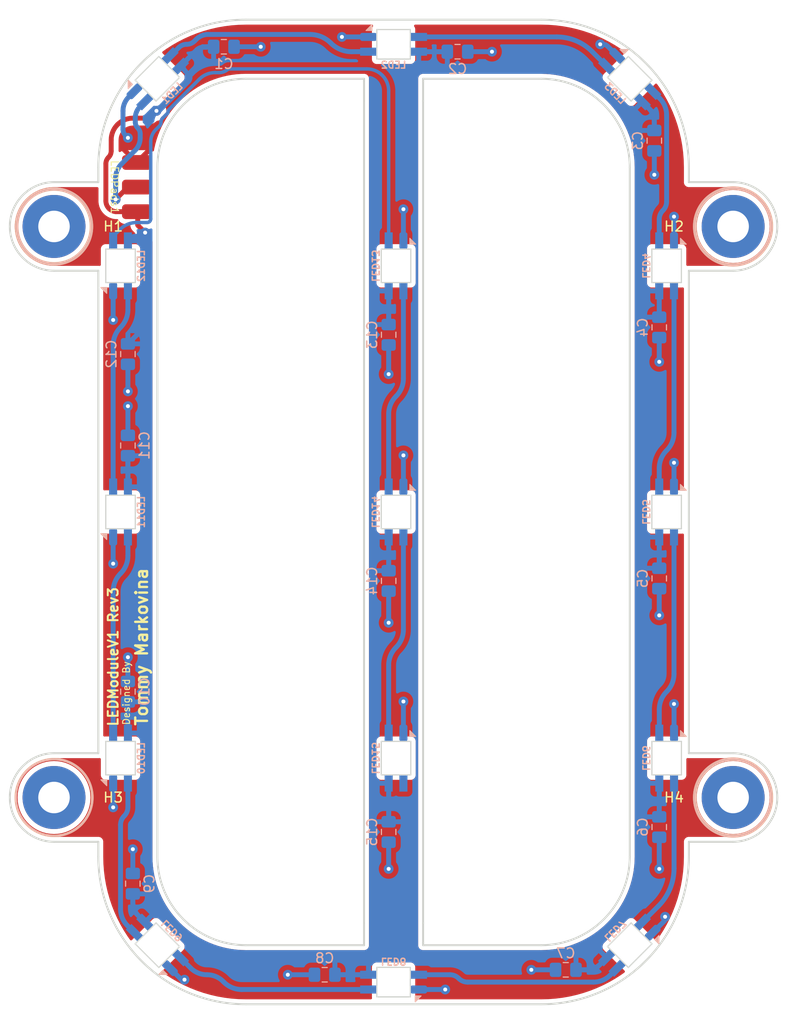
<source format=kicad_pcb>
(kicad_pcb (version 20240108) (generator "pcbnew") (generator_version "8.0")
  (layers (0 "F.Cu" signal) (31 "B.Cu" signal) (34 "B.Paste" user) (35 "F.Paste" user) (36 "B.SilkS" user "B.Silkscreen") (37 "F.SilkS" user "F.Silkscreen") (38 "B.Mask" user) (39 "F.Mask" user) (44 "Edge.Cuts" user))
  (net 0 "")
  (net 1 "GND")
  (net 2 "+5V")
  (net 3 "Net-(LED1-DOUT)")
  (net 4 "Net-(LED2-DOUT)")
  (net 5 "Net-(LED3-DOUT)")
  (net 6 "Net-(LED10-DIN)")
  (net 7 "Net-(LED10-DOUT)")
  (net 8 "LEDData")
  (net 9 "Net-(LED4-DOUT)")
  (net 10 "Net-(LED5-DOUT)")
  (net 11 "Net-(LED6-DOUT)")
  (net 12 "Net-(LED7-DOUT)")
  (net 13 "Net-(LED8-DOUT)")
  (net 14 "Net-(LED11-DOUT)")
  (net 15 "Net-(LED12-DOUT)")
  (net 16 "Net-(LED13-DOUT)")
  (net 17 "Net-(LED14-DOUT)")
  (footprint "MountingHole:MountingHole_3.2mm_M3_Pad" (layer "F.Cu") (at 94.510561 99)
    (property "Reference" "H4")
    (property "Value" "MountingHole")
  )
  (footprint "LEDModuleLibrary:Led Pads" (layer "F.Cu") (at 33.9 39.5)
    (property "Reference" "LEDPads1")
    (property "Value" "~")
  )
  (footprint "MountingHole:MountingHole_3.2mm_M3_Pad" (layer "F.Cu") (at 25.489446 99)
    (property "Reference" "H3")
    (property "Value" "MountingHole")
  )
  (footprint "MountingHole:MountingHole_3.2mm_M3_Pad" (layer "F.Cu") (at 94.510561 41)
    (property "Reference" "H2")
    (property "Value" "MountingHole")
  )
  (footprint "MountingHole:MountingHole_3.2mm_M3_Pad" (layer "F.Cu") (at 25.489446 41)
    (property "Reference" "H1")
    (property "Value" "MountingHole")
  )
  (footprint "Capacitor_SMD:C_0805_2012Metric_Pad1.18x1.45mm_HandSolder" (layer "B.Cu") (at 59.5 77 -90)
    (property "Reference" "C14")
    (property "Value" "0.1uF")
  )
  (footprint "Capacitor_SMD:C_0805_2012Metric_Pad1.18x1.45mm_HandSolder" (layer "B.Cu") (at 33 63.25 90)
    (property "Reference" "C11")
    (property "Value" "0.1uF")
  )
  (footprint "LEDModuleLibrary:SK6812-MINI-E" (layer "B.Cu") (at 32.25 70 -90)
    (property "Reference" "LED11")
    (property "Value" "SK6812MINI-E" (hide yes))
    (fp_line (start -1.7 1.5) (end -1.7 -1.5) (stroke (width 0.12)) (layer "Edge.Cuts"))
    (fp_line (start 1.7 1.5) (end -1.7 1.5) (stroke (width 0.12)) (layer "Edge.Cuts"))
    (fp_line (start -1.7 -1.5) (end 1.7 -1.5) (stroke (width 0.12)) (layer "Edge.Cuts"))
    (fp_line (start 1.7 -1.5) (end 1.7 1.5) (stroke (width 0.12)) (layer "Edge.Cuts"))
  )
  (footprint "LEDModuleLibrary:SK6812-MINI-E" (layer "B.Cu") (at 87.75 45 90)
    (property "Reference" "LED4")
    (property "Value" "SK6812MINI-E" (hide yes))
    (fp_line (start 1.7 -1.5) (end 1.7 1.5) (stroke (width 0.12)) (layer "Edge.Cuts"))
    (fp_line (start -1.7 -1.5) (end 1.7 -1.5) (stroke (width 0.12)) (layer "Edge.Cuts"))
    (fp_line (start 1.7 1.5) (end -1.7 1.5) (stroke (width 0.12)) (layer "Edge.Cuts"))
    (fp_line (start -1.7 1.5) (end -1.7 -1.5) (stroke (width 0.12)) (layer "Edge.Cuts"))
  )
  (footprint "Capacitor_SMD:C_0805_2012Metric_Pad1.18x1.45mm_HandSolder" (layer "B.Cu") (at 53 117 180)
    (property "Reference" "C8")
    (property "Value" "0.1uF")
  )
  (footprint "Capacitor_SMD:C_0805_2012Metric_Pad1.18x1.45mm_HandSolder" (layer "B.Cu") (at 66.5 23.25)
    (property "Reference" "C2")
    (property "Value" "0.1uF")
  )
  (footprint "Capacitor_SMD:C_0805_2012Metric_Pad1.18x1.45mm_HandSolder" (layer "B.Cu") (at 33 88.25 90)
    (property "Reference" "C10")
    (property "Value" "0.1uF")
  )
  (footprint "Capacitor_SMD:C_0805_2012Metric_Pad1.18x1.45mm_HandSolder" (layer "B.Cu") (at 86.5 32.2875 -90)
    (property "Reference" "C3")
    (property "Value" "0.1uF")
  )
  (footprint "LEDModuleLibrary:SK6812-MINI-E" (layer "B.Cu") (at 60.25 95 90)
    (property "Reference" "LED15")
    (property "Value" "SK6812MINI-E" (hide yes))
    (fp_line (start 1.7 -1.5) (end 1.7 1.5) (stroke (width 0.12)) (layer "Edge.Cuts"))
    (fp_line (start -1.7 -1.5) (end 1.7 -1.5) (stroke (width 0.12)) (layer "Edge.Cuts"))
    (fp_line (start 1.7 1.5) (end -1.7 1.5) (stroke (width 0.12)) (layer "Edge.Cuts"))
    (fp_line (start -1.7 1.5) (end -1.7 -1.5) (stroke (width 0.12)) (layer "Edge.Cuts"))
  )
  (footprint "Capacitor_SMD:C_0805_2012Metric_Pad1.18x1.45mm_HandSolder" (layer "B.Cu") (at 87 51.25 -90)
    (property "Reference" "C4")
    (property "Value" "0.1uF")
  )
  (footprint "LEDModuleLibrary:SK6812-MINI-E" (layer "B.Cu") (at 60 117.75)
    (property "Reference" "LED8")
    (property "Value" "SK6812MINI-E" (hide yes))
    (fp_line (start -1.7 -1.5) (end 1.7 -1.5) (stroke (width 0.12)) (layer "Edge.Cuts"))
    (fp_line (start -1.7 1.5) (end -1.7 -1.5) (stroke (width 0.12)) (layer "Edge.Cuts"))
    (fp_line (start 1.7 -1.5) (end 1.7 1.5) (stroke (width 0.12)) (layer "Edge.Cuts"))
    (fp_line (start 1.7 1.5) (end -1.7 1.5) (stroke (width 0.12)) (layer "Edge.Cuts"))
  )
  (footprint "Capacitor_SMD:C_0805_2012Metric_Pad1.18x1.45mm_HandSolder" (layer "B.Cu") (at 33.5 107.75 90)
    (property "Reference" "C9")
    (property "Value" "0.1uF")
  )
  (footprint "Capacitor_SMD:C_0805_2012Metric_Pad1.18x1.45mm_HandSolder" (layer "B.Cu") (at 33 53.9625 -90)
    (property "Reference" "C12")
    (property "Value" "0.1uF")
  )
  (footprint "LEDModuleLibrary:SK6812-MINI-E" (layer "B.Cu") (at 87.75 70 90)
    (property "Reference" "LED5")
    (property "Value" "SK6812MINI-E" (hide yes))
    (fp_line (start 1.7 -1.5) (end 1.7 1.5) (stroke (width 0.12)) (layer "Edge.Cuts"))
    (fp_line (start -1.7 -1.5) (end 1.7 -1.5) (stroke (width 0.12)) (layer "Edge.Cuts"))
    (fp_line (start 1.7 1.5) (end -1.7 1.5) (stroke (width 0.12)) (layer "Edge.Cuts"))
    (fp_line (start -1.7 1.5) (end -1.7 -1.5) (stroke (width 0.12)) (layer "Edge.Cuts"))
  )
  (footprint "Capacitor_SMD:C_0805_2012Metric_Pad1.18x1.45mm_HandSolder" (layer "B.Cu") (at 59.5 52 -90)
    (property "Reference" "C13")
    (property "Value" "0.1uF")
  )
  (footprint "LEDModuleLibrary:SK6812-MINI-E" (layer "B.Cu") (at 60 22.5 180)
    (property "Reference" "LED2")
    (property "Value" "SK6812MINI-E" (hide yes))
    (fp_line (start 1.7 1.5) (end -1.7 1.5) (stroke (width 0.12)) (layer "Edge.Cuts"))
    (fp_line (start 1.7 -1.5) (end 1.7 1.5) (stroke (width 0.12)) (layer "Edge.Cuts"))
    (fp_line (start -1.7 1.5) (end -1.7 -1.5) (stroke (width 0.12)) (layer "Edge.Cuts"))
    (fp_line (start -1.7 -1.5) (end 1.7 -1.5) (stroke (width 0.12)) (layer "Edge.Cuts"))
  )
  (footprint "LEDModuleLibrary:SK6812-MINI-E" (layer "B.Cu") (at 32.25 45 -90)
    (property "Reference" "LED12")
    (property "Value" "SK6812MINI-E" (hide yes))
    (fp_line (start -1.7 1.5) (end -1.7 -1.5) (stroke (width 0.12)) (layer "Edge.Cuts"))
    (fp_line (start 1.7 1.5) (end -1.7 1.5) (stroke (width 0.12)) (layer "Edge.Cuts"))
    (fp_line (start -1.7 -1.5) (end 1.7 -1.5) (stroke (width 0.12)) (layer "Edge.Cuts"))
    (fp_line (start 1.7 -1.5) (end 1.7 1.5) (stroke (width 0.12)) (layer "Edge.Cuts"))
  )
  (footprint "Capacitor_SMD:C_0805_2012Metric_Pad1.18x1.45mm_HandSolder" (layer "B.Cu") (at 77.5 116.5 180)
    (property "Reference" "C7")
    (property "Value" "0.1uF")
  )
  (footprint "Capacitor_SMD:C_0805_2012Metric_Pad1.18x1.45mm_HandSolder" (layer "B.Cu") (at 59.5 102.5 -90)
    (property "Reference" "C15")
    (property "Value" "0.1uF")
  )
  (footprint "LEDModuleLibrary:SK6812-MINI-E" (layer "B.Cu") (at 60.25 70 90)
    (property "Reference" "LED14")
    (property "Value" "SK6812MINI-E" (hide yes))
    (fp_line (start 1.7 -1.5) (end 1.7 1.5) (stroke (width 0.12)) (layer "Edge.Cuts"))
    (fp_line (start -1.7 -1.5) (end 1.7 -1.5) (stroke (width 0.12)) (layer "Edge.Cuts"))
    (fp_line (start 1.7 1.5) (end -1.7 1.5) (stroke (width 0.12)) (layer "Edge.Cuts"))
    (fp_line (start -1.7 1.5) (end -1.7 -1.5) (stroke (width 0.12)) (layer "Edge.Cuts"))
  )
  (footprint "LEDModuleLibrary:SK6812-MINI-E" (layer "B.Cu") (at 87.755 95 90)
    (property "Reference" "LED6")
    (property "Value" "SK6812MINI-E" (hide yes))
    (fp_line (start 1.7 -1.5) (end 1.7 1.5) (stroke (width 0.12)) (layer "Edge.Cuts"))
    (fp_line (start -1.7 -1.5) (end 1.7 -1.5) (stroke (width 0.12)) (layer "Edge.Cuts"))
    (fp_line (start 1.7 1.5) (end -1.7 1.5) (stroke (width 0.12)) (layer "Edge.Cuts"))
    (fp_line (start -1.7 1.5) (end -1.7 -1.5) (stroke (width 0.12)) (layer "Edge.Cuts"))
  )
  (footprint "LEDModuleLibrary:SK6812-MINI-E" (layer "B.Cu") (at 84 114 45)
    (property "Reference" "LED7")
    (property "Value" "SK6812MINI-E" (hide yes))
    (fp_line (start -1.7 -1.5) (end 1.7 -1.5) (stroke (width 0.12)) (layer "Edge.Cuts"))
    (fp_line (start -1.7 1.5) (end -1.7 -1.5) (stroke (width 0.12)) (layer "Edge.Cuts"))
    (fp_line (start 1.7 -1.5) (end 1.7 1.5) (stroke (width 0.12)) (layer "Edge.Cuts"))
    (fp_line (start 1.7 1.5) (end -1.7 1.5) (stroke (width 0.12)) (layer "Edge.Cuts"))
  )
  (footprint "LEDModuleLibrary:SK6812-MINI-E" (layer "B.Cu") (at 36 114 -45)
    (property "Reference" "LED9")
    (property "Value" "SK6812MINI-E" (hide yes))
    (fp_line (start -1.7 1.5) (end -1.7 -1.5) (stroke (width 0.12)) (layer "Edge.Cuts"))
    (fp_line (start -1.7 -1.5) (end 1.7 -1.5) (stroke (width 0.12)) (layer "Edge.Cuts"))
    (fp_line (start 1.7 1.5) (end -1.7 1.5) (stroke (width 0.12)) (layer "Edge.Cuts"))
    (fp_line (start 1.7 -1.5) (end 1.7 1.5) (stroke (width 0.12)) (layer "Edge.Cuts"))
  )
  (footprint "LEDModuleLibrary:SK6812-MINI-E" (layer "B.Cu") (at 36 26 -135)
    (property "Reference" "LED1")
    (property "Value" "SK6812MINI-E" (hide yes))
    (fp_line (start 1.7 1.5) (end -1.7 1.5) (stroke (width 0.12)) (layer "Edge.Cuts"))
    (fp_line (start 1.7 -1.5) (end 1.7 1.5) (stroke (width 0.12)) (layer "Edge.Cuts"))
    (fp_line (start -1.7 1.5) (end -1.7 -1.5) (stroke (width 0.12)) (layer "Edge.Cuts"))
    (fp_line (start -1.7 -1.5) (end 1.7 -1.5) (stroke (width 0.12)) (layer "Edge.Cuts"))
  )
  (footprint "LEDModuleLibrary:SK6812-MINI-E" (layer "B.Cu") (at 32.25 95 -90)
    (property "Reference" "LED10")
    (property "Value" "SK6812MINI-E" (hide yes))
    (fp_line (start -1.7 1.5) (end -1.7 -1.5) (stroke (width 0.12)) (layer "Edge.Cuts"))
    (fp_line (start 1.7 1.5) (end -1.7 1.5) (stroke (width 0.12)) (layer "Edge.Cuts"))
    (fp_line (start -1.7 -1.5) (end 1.7 -1.5) (stroke (width 0.12)) (layer "Edge.Cuts"))
    (fp_line (start 1.7 -1.5) (end 1.7 1.5) (stroke (width 0.12)) (layer "Edge.Cuts"))
  )
  (footprint "Capacitor_SMD:C_0805_2012Metric_Pad1.18x1.45mm_HandSolder" (layer "B.Cu") (at 42.75 22.75)
    (property "Reference" "C1")
    (property "Value" "0.1uF")
  )
  (footprint "Capacitor_SMD:C_0805_2012Metric_Pad1.18x1.45mm_HandSolder" (layer "B.Cu") (at 87 102 -90)
    (property "Reference" "C6")
    (property "Value" "0.1uF")
  )
  (footprint "LEDModuleLibrary:SK6812-MINI-E" (layer "B.Cu") (at 60.25 45 90)
    (property "Reference" "LED13")
    (property "Value" "SK6812MINI-E" (hide yes))
    (fp_line (start 1.7 -1.5) (end 1.7 1.5) (stroke (width 0.12)) (layer "Edge.Cuts"))
    (fp_line (start -1.7 -1.5) (end 1.7 -1.5) (stroke (width 0.12)) (layer "Edge.Cuts"))
    (fp_line (start 1.7 1.5) (end -1.7 1.5) (stroke (width 0.12)) (layer "Edge.Cuts"))
    (fp_line (start -1.7 1.5) (end -1.7 -1.5) (stroke (width 0.12)) (layer "Edge.Cuts"))
  )
  (footprint "LEDModuleLibrary:SK6812-MINI-E" (layer "B.Cu") (at 84 26 135)
    (property "Reference" "LED3")
    (property "Value" "SK6812MINI-E" (hide yes))
    (fp_line (start 1.7 -1.5) (end 1.7 1.5) (stroke (width 0.12)) (layer "Edge.Cuts"))
    (fp_line (start 1.7 1.5) (end -1.7 1.5) (stroke (width 0.12)) (layer "Edge.Cuts"))
    (fp_line (start -1.7 -1.5) (end 1.7 -1.5) (stroke (width 0.12)) (layer "Edge.Cuts"))
    (fp_line (start -1.7 1.5) (end -1.7 -1.5) (stroke (width 0.12)) (layer "Edge.Cuts"))
  )
  (footprint "Capacitor_SMD:C_0805_2012Metric_Pad1.18x1.45mm_HandSolder" (layer "B.Cu") (at 87 76.75 -90)
    (property "Reference" "C5")
    (property "Value" "0.1uF")
  )
  (gr_circle (center 25.5 41) (end 29.3 41) (stroke (width 0.35)) (fill none) (layer "B.SilkS"))
  (gr_circle (center 25.5 99) (end 29.4 99) (stroke (width 0.235)) (fill none) (layer "B.SilkS"))
  (gr_circle (center 94.5 99) (end 98.4 99) (stroke (width 0.35)) (fill none) (layer "B.SilkS"))
  (gr_circle (center 94.5 41) (end 98.4 41) (stroke (width 0.35)) (fill none) (layer "B.SilkS"))
  (gr_circle (center 94.510561 41) (end 98.410561 41) (stroke (width 0.35)) (fill none) (layer "F.SilkS"))
  (gr_circle (center 25.489446 99) (end 29.389446 99) (stroke (width 0.235)) (fill none) (layer "F.SilkS"))
  (gr_circle (center 25.489446 41) (end 29.289446 41) (stroke (width 0.35)) (fill none) (layer "F.SilkS"))
  (gr_circle (center 94.510561 99) (end 98.410561 99) (stroke (width 0.35)) (fill none) (layer "F.SilkS"))
  (gr_line (start 29.990778 35.000061) (end 29.990778 36.499711) (stroke (width 0.2)) (layer "Edge.Cuts"))
  (gr_curve (pts (xy 94.510561 103.49976) (xy 96.991803 103.49276) (xy 99.000003 101.48028) (xy 99.000003 98.99977)) (stroke (width 0.2)) (layer "Edge.Cuts"))
  (gr_curve (pts (xy 35.992727 35.000061) (xy 35.992459 30.029451) (xy 40.023291 25.999595) (xy 44.995391 25.999577)) (stroke (width 0.2)) (layer "Edge.Cuts"))
  (gr_line (start 63.000719 111.7499) (end 63.000719 28.249569) (stroke (width 0.2)) (layer "Edge.Cuts"))
  (gr_line (start 63.000719 26.249691) (end 63.000719 25.999577) (stroke (width 0.2)) (layer "Edge.Cuts"))
  (gr_line (start 90.008711 103.49976) (end 94.510561 103.49976) (stroke (width 0.2)) (layer "Edge.Cuts"))
  (gr_line (start 75.004616 19.999943) (end 44.995391 19.999943) (stroke (width 0.2)) (layer "Edge.Cuts"))
  (gr_curve (pts (xy 99.000003 98.99977) (xy 99.000003 96.51927) (xy 96.991803 94.50646) (xy 94.510561 94.49979)) (stroke (width 0.2)) (layer "Edge.Cuts"))
  (gr_curve (pts (xy 75.004616 25.999577) (xy 79.976715 25.999595) (xy 84.007547 30.029451) (xy 84.00728 35.000061)) (stroke (width 0.2)) (layer "Edge.Cuts"))
  (gr_curve (pts (xy 21.000003 40.999695) (xy 21.000003 43.480231) (xy 23.008174 45.493007) (xy 25.489446 45.499679)) (stroke (width 0.2)) (layer "Edge.Cuts"))
  (gr_line (start 29.990778 36.499711) (end 25.489446 36.499711) (stroke (width 0.2)) (layer "Edge.Cuts"))
  (gr_line (start 56.999287 113.99989) (end 44.995391 113.99989) (stroke (width 0.2)) (layer "Edge.Cuts"))
  (gr_line (start 63.000719 113.74978) (end 63.000719 111.7499) (stroke (width 0.2)) (layer "Edge.Cuts"))
  (gr_line (start 90.008711 36.499711) (end 90.008711 35.000061) (stroke (width 0.2)) (layer "Edge.Cuts"))
  (gr_curve (pts (xy 44.995391 113.99989) (xy 40.023493 113.99987) (xy 35.992745 109.97033) (xy 35.992727 104.99992)) (stroke (width 0.2)) (layer "Edge.Cuts"))
  (gr_line (start 29.990778 94.49979) (end 25.489446 94.49979) (stroke (width 0.2)) (layer "Edge.Cuts"))
  (gr_line (start 29.990778 103.49976) (end 29.990778 104.99992) (stroke (width 0.2)) (layer "Edge.Cuts"))
  (gr_line (start 35.992727 104.99992) (end 35.992727 35.000061) (stroke (width 0.2)) (layer "Edge.Cuts"))
  (gr_curve (pts (xy 90.008711 35.000061) (xy 90.008777 26.716115) (xy 83.291044 20.000163) (xy 75.004616 19.999943)) (stroke (width 0.2)) (layer "Edge.Cuts"))
  (gr_line (start 56.999287 25.999577) (end 56.999287 26.249691) (stroke (width 0.2)) (layer "Edge.Cuts"))
  (gr_line (start 63.000719 113.99989) (end 63.000719 113.74978) (stroke (width 0.2)) (layer "Edge.Cuts"))
  (gr_curve (pts (xy 99.000003 40.999695) (xy 99.000003 38.519179) (xy 96.991813 36.506383) (xy 94.510561 36.499711)) (stroke (width 0.2)) (layer "Edge.Cuts"))
  (gr_line (start 44.995391 120.00004) (end 75.004616 120.00004) (stroke (width 0.2)) (layer "Edge.Cuts"))
  (gr_line (start 44.995391 25.999577) (end 56.999287 25.999577) (stroke (width 0.2)) (layer "Edge.Cuts"))
  (gr_line (start 90.008711 104.99992) (end 90.008711 103.49976) (stroke (width 0.2)) (layer "Edge.Cuts"))
  (gr_line (start 90.008711 94.49979) (end 90.008711 45.499679) (stroke (width 0.2)) (layer "Edge.Cuts"))
  (gr_line (start 56.999287 28.249569) (end 56.999287 111.7499) (stroke (width 0.2)) (layer "Edge.Cuts"))
  (gr_curve (pts (xy 29.990778 104.99992) (xy 29.990713 113.28407) (xy 36.70876 120.00011) (xy 44.995391 120.00004)) (stroke (width 0.2)) (layer "Edge.Cuts"))
  (gr_line (start 84.00728 35.000061) (end 84.00728 104.99992) (stroke (width 0.2)) (layer "Edge.Cuts"))
  (gr_line (start 63.000719 28.249569) (end 63.000719 26.249691) (stroke (width 0.2)) (layer "Edge.Cuts"))
  (gr_line (start 56.999287 113.74978) (end 56.999287 113.99989) (stroke (width 0.2)) (layer "Edge.Cuts"))
  (gr_curve (pts (xy 75.004616 120.00004) (xy 83.291044 119.99982) (xy 90.008777 113.28387) (xy 90.008711 104.99992)) (stroke (width 0.2)) (layer "Edge.Cuts"))
  (gr_curve (pts (xy 94.510561 45.499679) (xy 96.991813 45.492979) (xy 99.000003 43.480211) (xy 99.000003 40.999695)) (stroke (width 0.2)) (layer "Edge.Cuts"))
  (gr_line (start 90.008711 45.499679) (end 94.510561 45.499679) (stroke (width 0.2)) (layer "Edge.Cuts"))
  (gr_curve (pts (xy 44.995391 19.999943) (xy 36.70876 19.999878) (xy 29.990713 26.715913) (xy 29.990778 35.000061)) (stroke (width 0.2)) (layer "Edge.Cuts"))
  (gr_line (start 29.990778 45.499679) (end 29.990778 94.49979) (stroke (width 0.2)) (layer "Edge.Cuts"))
  (gr_curve (pts (xy 84.00728 104.99992) (xy 84.007262 109.97033) (xy 79.976513 113.99987) (xy 75.004616 113.99989)) (stroke (width 0.2)) (layer "Edge.Cuts"))
  (gr_line (start 94.510561 36.499711) (end 90.008711 36.499711) (stroke (width 0.2)) (layer "Edge.Cuts"))
  (gr_line (start 56.999287 111.7499) (end 56.999287 113.74978) (stroke (width 0.2)) (layer "Edge.Cuts"))
  (gr_line (start 56.999287 26.249691) (end 56.999287 28.249569) (stroke (width 0.2)) (layer "Edge.Cuts"))
  (gr_line (start 63.000719 25.999577) (end 75.004616 25.999577) (stroke (width 0.2)) (layer "Edge.Cuts"))
  (gr_line (start 75.004616 113.99989) (end 63.000719 113.99989) (stroke (width 0.2)) (layer "Edge.Cuts"))
  (gr_curve (pts (xy 21.000003 98.99977) (xy 21.000003 101.48031) (xy 23.008169 103.49308) (xy 25.489446 103.49976)) (stroke (width 0.2)) (layer "Edge.Cuts"))
  (gr_line (start 94.510561 94.49979) (end 90.008711 94.49979) (stroke (width 0.2)) (layer "Edge.Cuts"))
  (gr_line (start 25.489446 45.499679) (end 29.990778 45.499679) (stroke (width 0.2)) (layer "Edge.Cuts"))
  (gr_line (start 25.489446 103.49976) (end 29.990778 103.49976) (stroke (width 0.2)) (layer "Edge.Cuts"))
  (gr_curve (pts (xy 25.489446 94.49979) (xy 23.008169 94.50679) (xy 21.000003 96.51923) (xy 21.000003 98.99977)) (stroke (width 0.2)) (layer "Edge.Cuts"))
  (gr_curve (pts (xy 25.489446 36.499711) (xy 23.008174 36.506411) (xy 21.000003 38.519159) (xy 21.000003 40.999695)) (stroke (width 0.2)) (layer "Edge.Cuts"))
  (gr_text "Tommy Markovina" (at 34.4 83.7 90) (layer "F.SilkS") (effects (font (size 1.2 1.2) (thickness 0.24) (bold yes))))
  (gr_text "LEDModuleV1 Rev3" (at 31.5 84.7 90) (layer "F.SilkS") (effects (font (size 1 1) (thickness 0.2) (bold yes))))
  (gr_text "Designed By" (at 33.25 91.7 90) (layer "F.SilkS") (effects (font (size 0.7 0.7) (thickness 0.1)) (justify left bottom)))
  (via (at 46.5 22.75) (size 1) (drill 0.4) (layers "F.Cu" "B.Cu") (net 1))
  (via (at 61 39.25) (size 1) (drill 0.4) (layers "F.Cu" "B.Cu") (net 1))
  (via (at 87 106.25) (size 1) (drill 0.4) (layers "F.Cu" "B.Cu") (net 1))
  (via (at 59.5 81.25) (size 1) (drill 0.4) (layers "F.Cu" "B.Cu") (net 1))
  (via (at 33.5 104.25) (size 1) (drill 0.4) (layers "F.Cu" "B.Cu") (net 1))
  (via (at 88.5 40) (size 1) (drill 0.4) (layers "F.Cu" "B.Cu") (net 1))
  (via (at 61 89.25) (size 1) (drill 0.4) (layers "F.Cu" "B.Cu") (net 1))
  (via (at 61 64.25) (size 1) (drill 0.4) (layers "F.Cu" "B.Cu") (net 1))
  (via (at 31.5 75.25) (size 1) (drill 0.4) (layers "F.Cu" "B.Cu") (net 1))
  (via (at 49.25 117) (size 1) (drill 0.4) (layers "F.Cu" "B.Cu") (net 1))
  (via (at 87 54.75) (size 1) (drill 0.4) (layers "F.Cu" "B.Cu") (net 1))
  (via (at 38.75 117.5) (size 1) (drill 0.4) (layers "F.Cu" "B.Cu") (net 1))
  (via (at 33 84.75) (size 1) (drill 0.4) (layers "F.Cu" "B.Cu") (net 1))
  (via (at 54.75 21.75) (size 1) (drill 0.4) (layers "F.Cu" "B.Cu") (net 1))
  (via (at 87.595343 111.109551) (size 1) (drill 0.4) (layers "F.Cu" "B.Cu") (net 1))
  (via (at 87 80.5) (size 1) (drill 0.4) (layers "F.Cu" "B.Cu") (net 1))
  (via (at 81 22.5) (size 1) (drill 0.4) (layers "F.Cu" "B.Cu") (net 1))
  (via (at 59.5 106.25) (size 1) (drill 0.4) (layers "F.Cu" "B.Cu") (net 1))
  (via (at 59.5 56) (size 1) (drill 0.4) (layers "F.Cu" "B.Cu") (net 1))
  (via (at 33 59.25) (size 1) (drill 0.4) (layers "F.Cu" "B.Cu") (net 1))
  (via (at 70 23.25) (size 1) (drill 0.4) (layers "F.Cu" "B.Cu") (net 1))
  (via (at 74 116.5) (size 1) (drill 0.4) (layers "F.Cu" "B.Cu") (net 1))
  (via (at 65.25 118.5) (size 1) (drill 0.4) (layers "F.Cu" "B.Cu") (net 1))
  (via (at 33 57.75) (size 1) (drill 0.4) (layers "F.Cu" "B.Cu") (net 1))
  (via (at 31.5 50.5) (size 1) (drill 0.4) (layers "F.Cu" "B.Cu") (net 1))
  (via (at 88.5 65) (size 1) (drill 0.4) (layers "F.Cu" "B.Cu") (net 1))
  (via (at 31.5 100) (size 1) (drill 0.4) (layers "F.Cu" "B.Cu") (net 1))
  (via (at 88.5 89.5) (size 1) (drill 0.4) (layers "F.Cu" "B.Cu") (net 1))
  (via (at 33 32) (size 1) (drill 0.4) (layers "F.Cu" "B.Cu") (net 1))
  (via (at 86.5 35.75) (size 1) (drill 0.4) (layers "F.Cu" "B.Cu") (net 1))
  (segment (start 81.758883 22.698223) (end 82.727208 23.666548) (width 0.5) (layer "B.Cu") (net 1))
  (segment (start 88.5 89.5) (end 88.5025 89.5025) (width 0.5) (layer "B.Cu") (net 1))
  (segment (start 61 89.25) (end 61 92.45) (width 0.5) (layer "B.Cu") (net 1))
  (segment (start 86.5 35.75) (end 86.5 33.325) (width 0.5) (layer "B.Cu") (net 1))
  (segment (start 87.595343 111.287434) (end 87.595343 111.109551) (width 0.5) (layer "B.Cu") (net 1))
  (segment (start 65.25 118.5) (end 62.55 118.5) (width 0.5) (layer "B.Cu") (net 1))
  (segment (start 46.5 22.75) (end 43.7875 22.75) (width 0.5) (layer "B.Cu") (net 1))
  (segment (start 59.5 106.25) (end 59.5 103.5375) (width 0.5) (layer "B.Cu") (net 1))
  (segment (start 33 84.75) (end 33 87.2125) (width 0.5) (layer "B.Cu") (net 1))
  (segment (start 59.5 56) (end 59.5 53.0375) (width 0.5) (layer "B.Cu") (net 1))
  (segment (start 38.75 117.5) (end 38.730924 117.519076) (width 0.5) (layer "B.Cu") (net 1))
  (segment (start 81.28033 22.5) (end 81 22.5) (width 0.5) (layer "B.Cu") (net 1))
  (segment (start 33 32) (end 32.75 31.75) (width 0.5) (layer "B.Cu") (net 1))
  (segment (start 61 42.441464) (end 61 39.25) (width 0.5) (layer "B.Cu") (net 1))
  (segment (start 88.505 89.508535) (end 88.505 92.45) (width 0.5) (layer "B.Cu") (net 1))
  (segment (start 59.5 81.25) (end 59.5 78.0375) (width 0.5) (layer "B.Cu") (net 1))
  (segment (start 31.5 50.5) (end 31.5 47.55) (width 0.5) (layer "B.Cu") (net 1))
  (segment (start 87 54.75) (end 87 52.2875) (width 0.5) (layer "B.Cu") (net 1))
  (segment (start 33.083274 27.856066) (end 33.666548 27.272792) (width 0.5) (layer "B.Cu") (net 1))
  (segment (start 87 80.5) (end 87 77.7875) (width 0.5) (layer "B.Cu") (net 1))
  (segment (start 38.394634 117.455294) (end 37.272792 116.333452) (width 0.5) (layer "B.Cu") (net 1))
  (segment (start 33 59.25) (end 33 62.2125) (width 0.5) (layer "B.Cu") (net 1))
  (segment (start 31.5 75.25) (end 31.5 72.55) (width 0.5) (layer "B.Cu") (net 1))
  (segment (start 70 23.25) (end 67.5375 23.25) (width 0.5) (layer "B.Cu") (net 1))
  (segment (start 87.46956 111.591099) (end 86.333452 112.727208) (width 0.5) (layer "B.Cu") (net 1))
  (segment (start 87 106.25) (end 87 103.0375) (width 0.5) (layer "B.Cu") (net 1))
  (segment (start 32.5 31.146446) (end 32.5 29.264214) (width 0.5) (layer "B.Cu") (net 1))
  (segment (start 38.68487 117.538152) (end 38.59467 117.538152) (width 0.5) (layer "B.Cu") (net 1))
  (segment (start 61 64.25) (end 61 67.45) (width 0.5) (layer "B.Cu") (net 1))
  (segment (start 49.25 117) (end 51.9625 117) (width 0.5) (layer "B.Cu") (net 1))
  (segment (start 31.5 100) (end 31.5 97.55) (width 0.5) (layer "B.Cu") (net 1))
  (segment (start 33.5 104.25) (end 33.5 106.7125) (width 0.5) (layer "B.Cu") (net 1))
  (segment (start 88.5 65) (end 88.5 67.45) (width 0.5) (layer "B.Cu") (net 1))
  (segment (start 54.75 21.75) (end 57.45 21.75) (width 0.5) (layer "B.Cu") (net 1))
  (segment (start 33 57.75) (end 33 55) (width 0.5) (layer "B.Cu") (net 1))
  (segment (start 61.0025 42.4475) (end 61.005 42.45) (width 0.5) (layer "B.Cu") (net 1))
  (segment (start 74 116.5) (end 76.4625 116.5) (width 0.5) (layer "B.Cu") (net 1))
  (segment (start 88.5 40) (end 88.5 42.45) (width 0.5) (layer "B.Cu") (net 1))
  (arc (start 38.394634 117.455294) (mid 38.486411 117.516617) (end 38.59467 117.538152) (width 0.5) (layer "B.Cu") (net 1))
  (arc (start 38.68487 117.538152) (mid 38.709794 117.533194) (end 38.730924 117.519076) (width 0.5) (layer "B.Cu") (net 1))
  (arc (start 32.5 29.264214) (mid 32.651587 28.502129) (end 33.083274 27.856066) (width 0.5) (layer "B.Cu") (net 1))
  (arc (start 32.5 31.146446) (mid 32.564972 31.473087) (end 32.75 31.75) (width 0.5) (layer "B.Cu") (net 1))
  (arc (start 61 42.441464) (mid 61.000649 42.44473) (end 61.0025 42.4475) (width 0.5) (layer "B.Cu") (net 1))
  (arc (start 81.28033 22.5) (mid 81.539321 22.551516) (end 81.758883 22.698223) (width 0.5) (layer "B.Cu") (net 1))
  (arc (start 87.595343 111.287434) (mid 87.562653 111.451776) (end 87.46956 111.591099) (width 0.5) (layer "B.Cu") (net 1))
  (arc (start 88.505 89.508535) (mid 88.50435 89.505268) (end 88.5025 89.5025) (width 0.5) (layer "B.Cu") (net 1))
  (segment (start 34.05 39.55) (end 34.1 39.5) (width 0.5) (layer "F.Cu") (net 2))
  (segment (start 30.76074 34.632133) (end 30.76074 38.397623) (width 0.5) (layer "F.Cu") (net 2))
  (segment (start 31.776461 39.498669) (end 33.898669 39.498669) (width 0.5) (layer "F.Cu") (net 2))
  (segment (start 33.898669 39.498669) (end 33.9 39.5) (width 0.5) (layer "F.Cu") (net 2))
  (segment (start 34 40.839644) (end 34 40.804288) (width 0.5) (layer "F.Cu") (net 2))
  (segment (start 34.641404 30) (end 33.519238 30) (width 0.5) (layer "F.Cu") (net 2))
  (segment (start 34 40.733577) (end 34 40.804288) (width 0.5) (layer "F.Cu") (net 2))
  (segment (start 31.3 32.219238) (end 31.3 33.330244) (width 0.5) (layer "F.Cu") (net 2))
  (segment (start 34.75 41.625) (end 34.025 40.9) (width 0.5) (layer "F.Cu") (net 2))
  (segment (start 34 40.733577) (end 34 39.67071) (width 0.5) (layer "F.Cu") (net 2))
  (segment (start 35.90156 29.261818) (end 35.532469 29.630909) (width 0.5) (layer "F.Cu") (net 2))
  (via (at 34.75 41.625) (size 1) (drill 0.4) (layers "F.Cu" "B.Cu") (net 2))
  (via (at 35.90156 29.261818) (size 1) (drill 0.4) (layers "F.Cu" "B.Cu") (net 2))
  (arc (start 35.532469 29.630909) (mid 35.123645 29.904076) (end 34.641404 30) (width 0.5) (layer "F.Cu") (net 2))
  (arc (start 34 40.839644) (mid 34.006497 40.872308) (end 34.025 40.9) (width 0.5) (layer "F.Cu") (net 2))
  (arc (start 31.083618 39.177121) (mid 31.401597 39.39873) (end 31.776461 39.498669) (width 0.5) (layer "F.Cu") (net 2))
  (arc (start 31.3 33.330244) (mid 31.229925 33.682533) (end 31.03037 33.981189) (width 0.5) (layer "F.Cu") (net 2))
  (arc (start 34 39.67071) (mid 34.012994 39.605382) (end 34.05 39.55) (width 0.5) (layer "F.Cu") (net 2))
  (arc (start 31.03037 33.981189) (mid 30.830814 34.279844) (end 30.76074 34.632133) (width 0.5) (layer "F.Cu") (net 2))
  (arc (start 30.76074 38.397623) (mid 30.844653 38.819484) (end 31.083618 39.177121) (width 0.5) (layer "F.Cu") (net 2))
  (arc (start 33.519238 30) (mid 32.669972 30.168929) (end 31.95 30.65) (width 0.5) (layer "F.Cu") (net 2))
  (arc (start 31.95 30.65) (mid 31.468929 31.369972) (end 31.3 32.219238) (width 0.5) (layer "F.Cu") (net 2))
  (segment (start 62.94375 23.25) (end 62.68125 23.25) (width 0.5) (layer "B.Cu") (net 2))
  (segment (start 87 50.2125) (end 87 47.55) (width 0.5) (layer "B.Cu") (net 2))
  (segment (start 59.5 75.9625) (end 59.5 72.55) (width 0.5) (layer "B.Cu") (net 2))
  (segment (start 79.571572 116.5) (end 78.5375 116.5) (width 0.5) (layer "B.Cu") (net 2))
  (segment (start 62.68125 23.25) (end 62.94375 23.25) (width 0.5) (layer "B.Cu") (net 2))
  (segment (start 33.5 109.61342) (end 33.5 108.7875) (width 0.5) (layer "B.Cu") (net 2))
  (segment (start 54.0375 117) (end 57.45 117) (width 0.5) (layer "B.Cu") (net 2))
  (segment (start 33 92.45) (end 33 89.2875) (width 0.5) (layer "B.Cu") (net 2))
  (segment (start 33.225 42.225) (end 33 42.45) (width 0.5) (layer "B.Cu") (net 2))
  (segment (start 59.5 101.4625) (end 59.5 97.55) (width 0.5) (layer "B.Cu") (net 2))
  (segment (start 41.085355 22.75) (end 41.7125 22.75) (width 0.5) (layer "B.Cu") (net 2))
  (segment (start 64.85625 23.25) (end 65.2125 23.25) (width 0.5) (layer "B.Cu") (net 2))
  (segment (start 39.150673 25.544429) (end 38.816726 25.210482) (width 0.5) (layer "B.Cu") (net 2))
  (segment (start 87 75.7125) (end 87 72.55) (width 0.5) (layer "B.Cu") (net 2))
  (segment (start 64.85625 23.25) (end 64.5 23.25) (width 0.5) (layer "B.Cu") (net 2))
  (segment (start 81.052944 115.886396) (end 81.666548 115.272792) (width 0.5) (layer "B.Cu") (net 2))
  (segment (start 34.084013 111.023353) (end 34.727208 111.666548) (width 0.5) (layer "B.Cu") (net 2))
  (segment (start 64.14375 23.25) (end 63.7875 23.25) (width 0.5) (layer "B.Cu") (net 2))
  (segment (start 86.5 30.40533) (end 86.5 31.25) (width 0.5) (layer "B.Cu") (net 2))
  (segment (start 64.14375 23.25) (end 63.7875 23.25) (width 0.5) (layer "B.Cu") (net 2))
  (segment (start 85.902728 28.963388) (end 85.272792 28.333452) (width 0.5) (layer "B.Cu") (net 2))
  (segment (start 62.68125 23.25) (end 62.55 23.25) (width 0.5) (layer "B.Cu") (net 2))
  (segment (start 33 67.45) (end 33 64.2875) (width 0.5) (layer "B.Cu") (net 2))
  (segment (start 59.5025 47.5525) (end 59.505 47.55) (width 0.5) (layer "B.Cu") (net 2))
  (segment (start 63.3375 23.25) (end 63.7875 23.25) (width 0.5) (layer "B.Cu") (net 2))
  (segment (start 63.3375 23.25) (end 63.7875 23.25) (width 0.5) (layer "B.Cu") (net 2))
  (segment (start 62.94375 23.25) (end 63.3375 23.25) (width 0.5) (layer "B.Cu") (net 2))
  (segment (start 87 97.558535) (end 87 100.7125) (width 0.5) (layer "B.Cu") (net 2))
  (segment (start 64.5 23.25) (end 64.14375 23.25) (width 0.5) (layer "B.Cu") (net 2))
  (segment (start 34.75 49.937563) (end 34.75 41.875) (width 0.5) (layer "B.Cu") (net 2))
  (segment (start 34.75 41.625) (end 34.75 41.875) (width 0.5) (layer "B.Cu") (net 2))
  (segment (start 34.75 41.625) (end 34.75 41.875) (width 0.5) (layer "B.Cu") (net 2))
  (segment (start 64.85625 23.25) (end 65.4625 23.25) (width 0.5) (layer "B.Cu") (net 2))
  (segment (start 33.875 52.05) (end 33 52.925) (width 0.5) (layer "B.Cu") (net 2))
  (segment (start 36.243653 29.172461) (end 39.150673 26.265441) (width 0.5) (layer "B.Cu") (net 2))
  (segment (start 39.999263 23.061396) (end 38.816726 24.243934) (width 0.5) (layer "B.Cu") (net 2))
  (segment (start 64.5 23.25) (end 64.14375 23.25) (width 0.5) (layer "B.Cu") (net 2))
  (segment (start 64.85625 23.25) (end 64.5 23.25) (width 0.5) (layer "B.Cu") (net 2))
  (segment (start 62.94375 23.25) (end 63.3375 23.25) (width 0.5) (layer "B.Cu") (net 2))
  (segment (start 35.90156 29.261818) (end 36.027928 29.261818) (width 0.5) (layer "B.Cu") (net 2))
  (segment (start 34.625 42) (end 33.768198 42) (width 0.5) (layer "B.Cu") (net 2))
  (segment (start 40.63033 22.8) (end 40.964644 22.8) (width 0.5) (layer "B.Cu") (net 2))
  (segment (start 87.0025 97.5525) (end 87.005 97.55) (width 0.5) (layer "B.Cu") (net 2))
  (segment (start 59.5 47.558535) (end 59.5 50.9625) (width 0.5) (layer "B.Cu") (net 2))
  (arc (start 39.3 25.904935) (mid 39.261191 26.100039) (end 39.150673 26.265441) (width 0.5) (layer "B.Cu") (net 2))
  (arc (start 63.3375 23.25) (mid 63.3375 23.25) (end 63.3375 23.25) (width 0.5) (layer "B.Cu") (net 2))
  (arc (start 33.768198 42) (mid 33.474221 42.058475) (end 33.225 42.225) (width 0.5) (layer "B.Cu") (net 2))
  (arc (start 34.75 49.937563) (mid 34.522594 51.080805) (end 33.875 52.05) (width 0.5) (layer "B.Cu") (net 2))
  (arc (start 64.14375 23.25) (mid 64.14375 23.25) (end 64.14375 23.25) (width 0.5) (layer "B.Cu") (net 2))
  (arc (start 36.243653 29.172461) (mid 36.144677 29.238594) (end 36.027928 29.261818) (width 0.5) (layer "B.Cu") (net 2))
  (arc (start 40.63033 22.8) (mid 40.288799 22.867934) (end 39.999263 23.061396) (width 0.5) (layer "B.Cu") (net 2))
  (arc (start 64.85625 23.25) (mid 64.85625 23.25) (end 64.85625 23.25) (width 0.5) (layer "B.Cu") (net 2))
  (arc (start 59.5025 47.5525) (mid 59.500649 47.555268) (end 59.5 47.558535) (width 0.5) (layer "B.Cu") (net 2))
  (arc (start 63.7875 23.25) (mid 63.7875 23.25) (end 63.7875 23.25) (width 0.5) (layer "B.Cu") (net 2))
  (arc (start 85.902728 28.963388) (mid 86.344774 29.624956) (end 86.5 30.40533) (width 0.5) (layer "B.Cu") (net 2))
  (arc (start 41.025 22.775) (mid 41.052691 22.756497) (end 41.085355 22.75) (width 0.5) (layer "B.Cu") (net 2))
  (arc (start 40.964644 22.8) (mid 40.997308 22.793502) (end 41.025 22.775) (width 0.5) (layer "B.Cu") (net 2))
  (arc (start 81.052944 115.886396) (mid 80.373284 116.340529) (end 79.571572 116.5) (width 0.5) (layer "B.Cu") (net 2))
  (arc (start 64.5 23.25) (mid 64.5 23.25) (end 64.5 23.25) (width 0.5) (layer "B.Cu") (net 2))
  (arc (start 87 97.558535) (mid 87.000649 97.555268) (end 87.0025 97.5525) (width 0.5) (layer "B.Cu") (net 2))
  (arc (start 62.94375 23.25) (mid 62.94375 23.25) (end 62.94375 23.25) (width 0.5) (layer "B.Cu") (net 2))
  (arc (start 33.5 109.61342) (mid 33.65178 110.37647) (end 34.084013 111.023353) (width 0.5) (layer "B.Cu") (net 2))
  (arc (start 34.75 41.875) (mid 34.75 41.875) (end 34.75 41.875) (width 0.5) (layer "B.Cu") (net 2))
  (arc (start 39.3 25.904935) (mid 39.261191 25.70983) (end 39.150673 25.544429) (width 0.5) (layer "B.Cu") (net 2))
  (arc (start 38.816726 25.210482) (mid 38.616547 24.727208) (end 38.816726 24.243934) (width 0.5) (layer "B.Cu") (net 2))
  (arc (start 34.625 42) (mid 34.713388 41.963388) (end 34.75 41.875) (width 0.5) (layer "B.Cu") (net 2))
  (segment (start 41.147653 21.5) (end 51.512563 21.5) (width 0.5) (layer "B.Cu") (net 3))
  (segment (start 37.303122 23.666548) (end 37.272792 23.666548) (width 0.5) (layer "B.Cu") (net 3))
  (segment (start 39.773065 22.167481) (end 39.940547 22) (width 0.5) (layer "B.Cu") (net 3))
  (segment (start 55.737436 23.25) (end 57.45 23.25) (width 0.5) (layer "B.Cu") (net 3))
  (segment (start 38.167466 22.832533) (end 37.354898 23.645101) (width 0.5) (layer "B.Cu") (net 3))
  (arc (start 38.167466 22.832533) (mid 38.535797 22.586422) (end 38.970273 22.5) (width 0.5) (layer "B.Cu") (net 3))
  (arc (start 53.625 22.375) (mid 54.594194 23.022594) (end 55.737436 23.25) (width 0.5) (layer "B.Cu") (net 3))
  (arc (start 39.773065 22.167481) (mid 39.404735 22.413587) (end 38.970273 22.5) (width 0.5) (layer "B.Cu") (net 3))
  (arc (start 41.147653 21.5) (mid 40.494372 21.629945) (end 39.940547 22) (width 0.5) (layer "B.Cu") (net 3))
  (arc (start 53.625 22.375) (mid 52.655805 21.727405) (end 51.512563 21.5) (width 0.5) (layer "B.Cu") (net 3))
  (arc (start 37.303122 23.666548) (mid 37.331143 23.660974) (end 37.354898 23.645101) (width 0.5) (layer "B.Cu") (net 3))
  (segment (start 76.584136 21.75) (end 62.55 21.75) (width 0.5) (layer "B.Cu") (net 4))
  (segment (start 80.177944 23.238604) (end 81.666548 24.727208) (width 0.5) (layer "B.Cu") (net 4))
  (arc (start 76.584136 21.75) (mid 78.52909 22.136875) (end 80.177944 23.238604) (width 0.5) (layer "B.Cu") (net 4))
  (segment (start 87 40.28033) (end 87 42.45) (width 0.5) (layer "B.Cu") (net 5))
  (segment (start 87.75 29.69099) (end 87.75 38.469669) (width 0.5) (layer "B.Cu") (net 5))
  (segment (start 87.041726 27.981066) (end 86.333452 27.272792) (width 0.5) (layer "B.Cu") (net 5))
  (arc (start 87.041726 27.981066) (mid 87.565925 28.765585) (end 87.75 29.69099) (width 0.5) (layer "B.Cu") (net 5))
  (arc (start 87.375 39.375) (mid 87.097459 39.790368) (end 87 40.28033) (width 0.5) (layer "B.Cu") (net 5))
  (arc (start 87.75 38.469669) (mid 87.65254 38.95963) (end 87.375 39.375) (width 0.5) (layer "B.Cu") (net 5))
  (segment (start 32.958274 112.018934) (end 33.666548 112.727208) (width 0.5) (layer "B.Cu") (net 6))
  (segment (start 32.25 101.78033) (end 32.25 110.309009) (width 0.5) (layer "B.Cu") (net 6))
  (segment (start 33 99.969669) (end 33 97.55) (width 0.5) (layer "B.Cu") (net 6))
  (arc (start 32.25 101.78033) (mid 32.347459 101.290368) (end 32.625 100.875) (width 0.5) (layer "B.Cu") (net 6))
  (arc (start 32.25 110.309009) (mid 32.434074 111.234413) (end 32.958274 112.018934) (width 0.5) (layer "B.Cu") (net 6))
  (arc (start 32.625 100.875) (mid 32.90254 100.45963) (end 33 99.969669) (width 0.5) (layer "B.Cu") (net 6))
  (segment (start 31.5 78.06066) (end 31.5 92.45) (width 0.5) (layer "B.Cu") (net 7))
  (segment (start 33 74.439339) (end 33 72.55) (width 0.5) (layer "B.Cu") (net 7))
  (arc (start 32.25 76.25) (mid 31.694918 77.080737) (end 31.5 78.06066) (width 0.5) (layer "B.Cu") (net 7))
  (arc (start 33 74.439339) (mid 32.805081 75.419261) (end 32.25 76.25) (width 0.5) (layer "B.Cu") (net 7))
  (segment (start 33.00377 37) (end 34 37) (width 0.5) (layer "F.Cu") (net 8))
  (segment (start 31.751885 38.251885) (end 33.00377 37) (width 0.5) (layer "F.Cu") (net 8))
  (via (at 31.751885 38.251885) (size 1) (drill 0.4) (layers "F.Cu" "B.Cu") (net 8))
  (segment (start 32.368718 34.631281) (end 33.719669 33.280329) (width 0.5) (layer "B.Cu") (net 8))
  (segment (start 31.751885 38.251885) (end 31.751885 35.986667) (width 0.5) (layer "B.Cu") (net 8))
  (segment (start 33.75 30.396446) (end 33.75 30.00165) (width 0.5) (layer "B.Cu") (net 8))
  (segment (start 34.25 32) (end 34.25 31.603553) (width 0.5) (layer "B.Cu") (net 8))
  (segment (start 34.238604 28.822056) (end 34.727208 28.333452) (width 0.5) (layer "B.Cu") (net 8))
  (arc (start 33.75 30.00165) (mid 33.876984 29.363258) (end 34.238604 28.822056) (width 0.5) (layer "B.Cu") (net 8))
  (arc (start 34 31) (mid 33.814972 30.723087) (end 33.75 30.396446) (width 0.5) (layer "B.Cu") (net 8))
  (arc (start 34.25 31.603553) (mid 34.185027 31.276912) (end 34 31) (width 0.5) (layer "B.Cu") (net 8))
  (arc (start 31.751885 35.986667) (mid 31.938287 35.25318) (end 32.368718 34.631281) (width 0.5) (layer "B.Cu") (net 8))
  (arc (start 33.719669 33.280329) (mid 34.112171 32.692909) (end 34.25 32) (width 0.5) (layer "B.Cu") (net 8))
  (segment (start 87 65.56066) (end 87 67.45) (width 0.5) (layer "B.Cu") (net 9))
  (segment (start 88.5 61.939339) (end 88.5 47.55) (width 0.5) (layer "B.Cu") (net 9))
  (arc (start 88.5 61.939339) (mid 88.305081 62.919261) (end 87.75 63.75) (width 0.5) (layer "B.Cu") (net 9))
  (arc (start 87 65.56066) (mid 87.194918 64.580737) (end 87.75 63.75) (width 0.5) (layer "B.Cu") (net 9))
  (segment (start 87.005 90.052124) (end 87.005 92.45) (width 0.5) (layer "B.Cu") (net 10))
  (segment (start 88.5 86.442875) (end 88.5 72.55) (width 0.5) (layer "B.Cu") (net 10))
  (arc (start 87.005 90.052124) (mid 87.199268 89.075468) (end 87.7525 88.2475) (width 0.5) (layer "B.Cu") (net 10))
  (arc (start 88.5 86.442875) (mid 88.305731 87.419531) (end 87.7525 88.2475) (width 0.5) (layer "B.Cu") (net 10))
  (segment (start 88.505 106.180376) (end 88.505 97.55) (width 0.5) (layer "B.Cu") (net 11))
  (segment (start 86.911207 110.028132) (end 85.272792 111.666548) (width 0.5) (layer "B.Cu") (net 11))
  (arc (start 88.505 106.180376) (mid 88.090786 108.262766) (end 86.911207 110.028132) (width 0.5) (layer "B.Cu") (net 11))
  (segment (start 80.309009 117.75) (end 67.53033 117.75) (width 0.5) (layer "B.Cu") (net 12))
  (segment (start 82.018934 117.041726) (end 82.727208 116.333452) (width 0.5) (layer "B.Cu") (net 12))
  (segment (start 65.719669 117) (end 62.55 117) (width 0.5) (layer "B.Cu") (net 12))
  (arc (start 66.625 117.375) (mid 67.040368 117.65254) (end 67.53033 117.75) (width 0.5) (layer "B.Cu") (net 12))
  (arc (start 66.625 117.375) (mid 66.20963 117.097459) (end 65.719669 117) (width 0.5) (layer "B.Cu") (net 12))
  (arc (start 82.018934 117.041726) (mid 81.234413 117.565925) (end 80.309009 117.75) (width 0.5) (layer "B.Cu") (net 12))
  (segment (start 44.56066 118.5) (end 57.45 118.5) (width 0.5) (layer "B.Cu") (net 13))
  (segment (start 42.75 117.75) (end 42.68566 117.68566) (width 0.5) (layer "B.Cu") (net 13))
  (segment (start 39.374999 116.314339) (end 38.333452 115.272792) (width 0.5) (layer "B.Cu") (net 13))
  (arc (start 41.03033 117) (mid 41.926188 117.178197) (end 42.68566 117.68566) (width 0.5) (layer "B.Cu") (net 13))
  (arc (start 44.56066 118.5) (mid 43.580737 118.305081) (end 42.75 117.75) (width 0.5) (layer "B.Cu") (net 13))
  (arc (start 41.03033 117) (mid 40.134471 116.821802) (end 39.374999 116.314339) (width 0.5) (layer "B.Cu") (net 13))
  (segment (start 31.5 53.06066) (end 31.5 67.45) (width 0.5) (layer "B.Cu") (net 14))
  (segment (start 33 49.439339) (end 33 47.55) (width 0.5) (layer "B.Cu") (net 14))
  (arc (start 33 49.439339) (mid 32.805081 50.419261) (end 32.25 51.25) (width 0.5) (layer "B.Cu") (net 14))
  (arc (start 31.5 53.06066) (mid 31.694918 52.080737) (end 32.25 51.25) (width 0.5) (layer "B.Cu") (net 14))
  (segment (start 59.5025 42.4475) (end 59.505 42.45) (width 0.5) (layer "B.Cu") (net 15))
  (segment (start 43.131327 25.059645) (end 43.161149 25.029822) (width 0.35) (layer "B.Cu") (net 15))
  (segment (start 32.199999 41.299999) (end 31.659099 41.8409) (width 0.35) (layer "B.Cu") (net 15))
  (segment (start 35.838523 31.161477) (end 36.191014 30.808985) (width 0.35) (layer "B.Cu") (net 15))
  (segment (start 33.889949 40.6) (end 34.946148 40.6) (width 0.35) (layer "B.Cu") (net 15))
  (segment (start 57.280761 25) (end 43.233147 25) (width 0.35) (layer "B.Cu") (net 15))
  (segment (start 31.5 42.225) (end 31.5 42.45) (width 0.35) (layer "B.Cu") (net 15))
  (segment (start 37.165886 29.134113) (end 40.255469 26.04453) (width 0.35) (layer "B.Cu") (net 15))
  (segment (start 59.5 27.219238) (end 59.5 42.45) (width 0.35) (layer "B.Cu") (net 15))
  (segment (start 41.871859 25.375) (end 42.270711 25.375) (width 0.35) (layer "B.Cu") (net 15))
  (segment (start 36.527919 29.995624) (end 37.007817 29.515726) (width 0.35) (layer "B.Cu") (net 15))
  (segment (start 35.317579 32.419147) (end 35.317579 40.228569) (width 0.35) (layer "B.Cu") (net 15))
  (arc (start 57.280761 25) (mid 58.130027 25.168929) (end 58.85 25.65) (width 0.35) (layer "B.Cu") (net 15))
  (arc (start 31.5 42.225) (mid 31.541348 42.017126) (end 31.659099 41.8409) (width 0.35) (layer "B.Cu") (net 15))
  (arc (start 35.838523 31.161477) (mid 35.452967 31.7385) (end 35.317579 32.419147) (width 0.35) (layer "B.Cu") (net 15))
  (arc (start 59.5025 42.4475) (mid 59.500649 42.44473) (end 59.5 42.441464) (width 0.5) (layer "B.Cu") (net 15))
  (arc (start 35.208789 40.49121) (mid 35.289305 40.370709) (end 35.317579 40.228569) (width 0.35) (layer "B.Cu") (net 15))
  (arc (start 41.871859 25.375) (mid 40.997075 25.549005) (end 40.255469 26.04453) (width 0.35) (layer "B.Cu") (net 15))
  (arc (start 35.208789 40.49121) (mid 35.088288 40.571726) (end 34.946148 40.6) (width 0.35) (layer "B.Cu") (net 15))
  (arc (start 43.233147 25) (mid 43.194182 25.00775) (end 43.161149 25.029822) (width 0.35) (layer "B.Cu") (net 15))
  (arc (start 36.359467 30.402305) (mid 36.403246 30.18221) (end 36.527919 29.995624) (width 0.35) (layer "B.Cu") (net 15))
  (arc (start 37.086852 29.32492) (mid 37.107392 29.221656) (end 37.165886 29.134113) (width 0.35) (layer "B.Cu") (net 15))
  (arc (start 58.85 25.65) (mid 59.33107 26.369972) (end 59.5 27.219238) (width 0.35) (layer "B.Cu") (net 15))
  (arc (start 43.131327 25.059645) (mid 42.728624 25.293223) (end 42.270711 25.375) (width 0.35) (layer "B.Cu") (net 15))
  (arc (start 37.086852 29.32492) (mid 37.066311 29.428183) (end 37.007817 29.515726) (width 0.35) (layer "B.Cu") (net 15))
  (arc (start 33.889949 40.6) (mid 32.975355 40.781923) (end 32.199999 41.299999) (width 0.35) (layer "B.Cu") (net 15))
  (arc (start 36.359467 30.402305) (mid 36.315687 30.622398) (end 36.191014 30.808985) (width 0.35) (layer "B.Cu") (net 15))
  (segment (start 61 56.439339) (end 61 47.558535) (width 0.5) (layer "B.Cu") (net 16))
  (segment (start 61.0025 47.5525) (end 61.005 47.55) (width 0.5) (layer "B.Cu") (net 16))
  (segment (start 59.5 60.06066) (end 59.5 67.45) (width 0.5) (layer "B.Cu") (net 16))
  (arc (start 61 56.439339) (mid 60.805081 57.419261) (end 60.25 58.25) (width 0.5) (layer "B.Cu") (net 16))
  (arc (start 61.0025 47.5525) (mid 61.000649 47.555268) (end 61 47.558535) (width 0.5) (layer "B.Cu") (net 16))
  (arc (start 59.5 60.06066) (mid 59.694918 59.080737) (end 60.25 58.25) (width 0.5) (layer "B.Cu") (net 16))
  (segment (start 59.5 85.56066) (end 59.5 92.45) (width 0.5) (layer "B.Cu") (net 17))
  (segment (start 61 81.939339) (end 61 72.55) (width 0.5) (layer "B.Cu") (net 17))
  (arc (start 60.25 83.75) (mid 59.694918 84.580737) (end 59.5 85.56066) (width 0.5) (layer "B.Cu") (net 17))
  (arc (start 60.25 83.75) (mid 60.805081 82.919261) (end 61 81.939339) (width 0.5) (layer "B.Cu") (net 17))
  (zone (net 1) (net_name "GND") (layer "F.Cu") (priority 1) (connect_pads (clearance 0.5)) (min_thickness 0.25) (fill yes (thermal_gap 0.5) (thermal_bridge_width 0.5))
    (polygon (pts (xy 20 18) (xy 100 18) (xy 100 122) (xy 20 122)))
  )
  (zone (net 2) (net_name "+5V") (layer "B.Cu") (connect_pads (clearance 0.5)) (min_thickness 0.25) (fill yes (thermal_gap 0.5) (thermal_bridge_width 0.5))
    (polygon (pts (xy 100 18) (xy 100 122) (xy 20 122) (xy 20 18)))
  )
)
</source>
